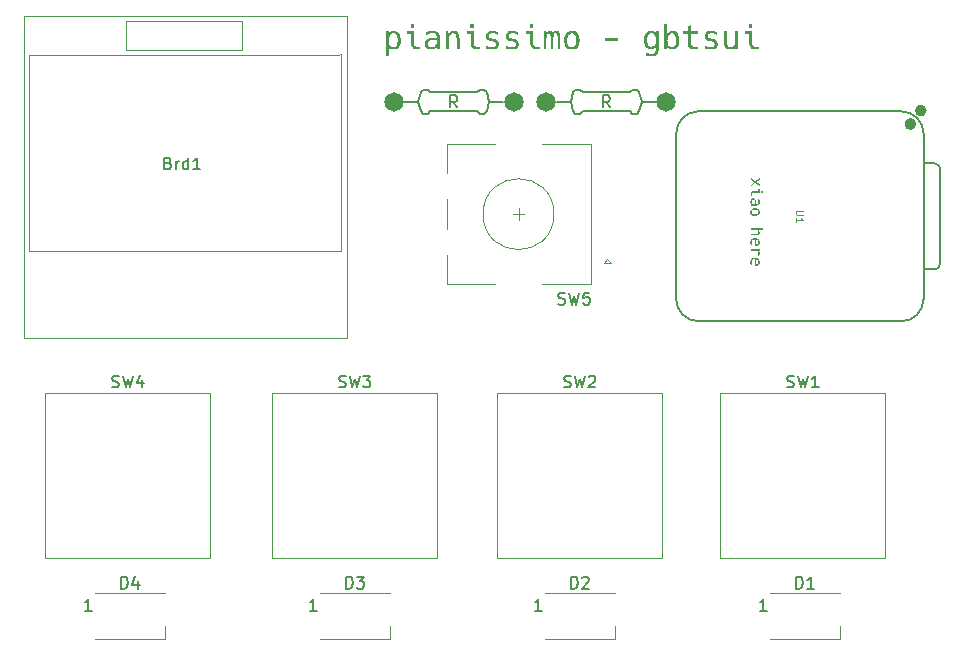
<source format=gbr>
%TF.GenerationSoftware,KiCad,Pcbnew,8.0.8*%
%TF.CreationDate,2025-02-13T16:32:23-05:00*%
%TF.ProjectId,pianissimo,7069616e-6973-4736-996d-6f2e6b696361,rev?*%
%TF.SameCoordinates,Original*%
%TF.FileFunction,Legend,Top*%
%TF.FilePolarity,Positive*%
%FSLAX46Y46*%
G04 Gerber Fmt 4.6, Leading zero omitted, Abs format (unit mm)*
G04 Created by KiCad (PCBNEW 8.0.8) date 2025-02-13 16:32:23*
%MOMM*%
%LPD*%
G01*
G04 APERTURE LIST*
%ADD10C,0.150000*%
%ADD11C,0.200000*%
%ADD12C,0.101600*%
%ADD13C,0.120000*%
%ADD14C,0.127000*%
%ADD15C,0.100000*%
%ADD16C,0.504000*%
%ADD17C,1.651000*%
G04 APERTURE END LIST*
D10*
G36*
X101035724Y-90973083D02*
G01*
X101140817Y-91000745D01*
X101234691Y-91048790D01*
X101317344Y-91117219D01*
X101369513Y-91178575D01*
X101423134Y-91263904D01*
X101465660Y-91360154D01*
X101497093Y-91467327D01*
X101514813Y-91564982D01*
X101524828Y-91670221D01*
X101527294Y-91759873D01*
X101523406Y-91872201D01*
X101511742Y-91976848D01*
X101492303Y-92073816D01*
X101458712Y-92180038D01*
X101413924Y-92275202D01*
X101368047Y-92346056D01*
X101292977Y-92429424D01*
X101207108Y-92492315D01*
X101110440Y-92534731D01*
X101002973Y-92556670D01*
X100936714Y-92560013D01*
X100834739Y-92551855D01*
X100730267Y-92521718D01*
X100641410Y-92469376D01*
X100568166Y-92394827D01*
X100525409Y-92327982D01*
X100525409Y-93122748D01*
X100272374Y-93122748D01*
X100272374Y-91761338D01*
X100525409Y-91761338D01*
X100528844Y-91862318D01*
X100541533Y-91968666D01*
X100567484Y-92075095D01*
X100605647Y-92165404D01*
X100623107Y-92195114D01*
X100692515Y-92275227D01*
X100778621Y-92325669D01*
X100881422Y-92346439D01*
X100903986Y-92347033D01*
X101007560Y-92332769D01*
X101108677Y-92277998D01*
X101173630Y-92200976D01*
X101221028Y-92095426D01*
X101246308Y-91990448D01*
X101260351Y-91867212D01*
X101263511Y-91762804D01*
X101260351Y-91658396D01*
X101246308Y-91535160D01*
X101221028Y-91430181D01*
X101173630Y-91324632D01*
X101108677Y-91247610D01*
X101007560Y-91192838D01*
X100903986Y-91178575D01*
X100797120Y-91193363D01*
X100707332Y-91237728D01*
X100634622Y-91311668D01*
X100622130Y-91330006D01*
X100575375Y-91425348D01*
X100546661Y-91527159D01*
X100531454Y-91629417D01*
X100525504Y-91743970D01*
X100525409Y-91761338D01*
X100272374Y-91761338D01*
X100272374Y-90996858D01*
X100500497Y-90996858D01*
X100525409Y-91206419D01*
X100579757Y-91124576D01*
X100656447Y-91050495D01*
X100747441Y-90999461D01*
X100852742Y-90971475D01*
X100936714Y-90965595D01*
X101035724Y-90973083D01*
G37*
G36*
X102411941Y-90715491D02*
G01*
X102370908Y-90675435D01*
X102370908Y-90442916D01*
X102411941Y-90402860D01*
X102608801Y-90402860D01*
X102649834Y-90442916D01*
X102649834Y-90675435D01*
X102608801Y-90715491D01*
X102411941Y-90715491D01*
G37*
G36*
X102871118Y-92528750D02*
G01*
X102764658Y-92519835D01*
X102660146Y-92488493D01*
X102571785Y-92434586D01*
X102521851Y-92386112D01*
X102462109Y-92296682D01*
X102425419Y-92201747D01*
X102404177Y-92092281D01*
X102398264Y-91984576D01*
X102398264Y-91209838D01*
X102063162Y-91209838D01*
X102063162Y-90996858D01*
X102649834Y-90996858D01*
X102649834Y-91976761D01*
X102657222Y-92081037D01*
X102685005Y-92180459D01*
X102712360Y-92228819D01*
X102789785Y-92294032D01*
X102888546Y-92315685D01*
X102896031Y-92315770D01*
X103189610Y-92315770D01*
X103189610Y-92528750D01*
X102871118Y-92528750D01*
G37*
G36*
X104297374Y-90970885D02*
G01*
X104396659Y-90986753D01*
X104461627Y-91003209D01*
X104553768Y-91037853D01*
X104642424Y-91090733D01*
X104685354Y-91125819D01*
X104751635Y-91204472D01*
X104794500Y-91294105D01*
X104811383Y-91353941D01*
X104825299Y-91452867D01*
X104831176Y-91551786D01*
X104832876Y-91657780D01*
X104832876Y-91969922D01*
X104834868Y-92069756D01*
X104840195Y-92168030D01*
X104847042Y-92253244D01*
X104861504Y-92355883D01*
X104887287Y-92458373D01*
X104913476Y-92528750D01*
X104660929Y-92528750D01*
X104629277Y-92434214D01*
X104623804Y-92411024D01*
X104605713Y-92314651D01*
X104601823Y-92288415D01*
X104539022Y-92374750D01*
X104461444Y-92444346D01*
X104378096Y-92493090D01*
X104278186Y-92531191D01*
X104174581Y-92553477D01*
X104077189Y-92560013D01*
X103971157Y-92552075D01*
X103874834Y-92528261D01*
X103778075Y-92482494D01*
X103711313Y-92433006D01*
X103641654Y-92352794D01*
X103594792Y-92255039D01*
X103572276Y-92153419D01*
X103567326Y-92070061D01*
X103818780Y-92070061D01*
X103833372Y-92171567D01*
X103886473Y-92259838D01*
X103907196Y-92278156D01*
X103995272Y-92325240D01*
X104095476Y-92345351D01*
X104138738Y-92347033D01*
X104239000Y-92338375D01*
X104332709Y-92309180D01*
X104392262Y-92273760D01*
X104467649Y-92200617D01*
X104519568Y-92117294D01*
X104534900Y-92081297D01*
X104564314Y-91981949D01*
X104578155Y-91885091D01*
X104580329Y-91826307D01*
X104580329Y-91772574D01*
X104261348Y-91772574D01*
X104162480Y-91777618D01*
X104065544Y-91792752D01*
X104052765Y-91795532D01*
X103959952Y-91828872D01*
X103884726Y-91882971D01*
X103833270Y-91967644D01*
X103818780Y-92070061D01*
X103567326Y-92070061D01*
X103567210Y-92068107D01*
X103574745Y-91963977D01*
X103600791Y-91864410D01*
X103650930Y-91774501D01*
X103662465Y-91760362D01*
X103735215Y-91691920D01*
X103821818Y-91639062D01*
X103912569Y-91604535D01*
X104011306Y-91580835D01*
X104113955Y-91565914D01*
X104220516Y-91559769D01*
X104242297Y-91559594D01*
X104580329Y-91559594D01*
X104580329Y-91520515D01*
X104572485Y-91422000D01*
X104541594Y-91326571D01*
X104481167Y-91253802D01*
X104387375Y-91205095D01*
X104287360Y-91183277D01*
X104202730Y-91178575D01*
X104099003Y-91184002D01*
X103996650Y-91200282D01*
X103929178Y-91217165D01*
X103831267Y-91250367D01*
X103738302Y-91292087D01*
X103679073Y-91324632D01*
X103679073Y-91072574D01*
X103773939Y-91040036D01*
X103869491Y-91012032D01*
X103933574Y-90995881D01*
X104030684Y-90977426D01*
X104129304Y-90967488D01*
X104195891Y-90965595D01*
X104297374Y-90970885D01*
G37*
G36*
X105332109Y-90996858D02*
G01*
X105558766Y-90996858D01*
X105583679Y-91231331D01*
X105641467Y-91141023D01*
X105711517Y-91069398D01*
X105793829Y-91016459D01*
X105888402Y-90982204D01*
X105995238Y-90966633D01*
X106033574Y-90965595D01*
X106143483Y-90975243D01*
X106238738Y-91004186D01*
X106337199Y-91067498D01*
X106412761Y-91160959D01*
X106456725Y-91257435D01*
X106486034Y-91373206D01*
X106498399Y-91472697D01*
X106502520Y-91583041D01*
X106502520Y-92528750D01*
X106249485Y-92528750D01*
X106249485Y-91579622D01*
X106243805Y-91472048D01*
X106224170Y-91372824D01*
X106182095Y-91281966D01*
X106177677Y-91275784D01*
X106099793Y-91209332D01*
X106000513Y-91180948D01*
X105955416Y-91178575D01*
X105851480Y-91190930D01*
X105755882Y-91233062D01*
X105679911Y-91305093D01*
X105629163Y-91394375D01*
X105599561Y-91492186D01*
X105586028Y-91593012D01*
X105583679Y-91662664D01*
X105583679Y-92528750D01*
X105332109Y-92528750D01*
X105332109Y-90996858D01*
G37*
G36*
X107464837Y-90715491D02*
G01*
X107423804Y-90675435D01*
X107423804Y-90442916D01*
X107464837Y-90402860D01*
X107661697Y-90402860D01*
X107702730Y-90442916D01*
X107702730Y-90675435D01*
X107661697Y-90715491D01*
X107464837Y-90715491D01*
G37*
G36*
X107924014Y-92528750D02*
G01*
X107817554Y-92519835D01*
X107713042Y-92488493D01*
X107624681Y-92434586D01*
X107574747Y-92386112D01*
X107515005Y-92296682D01*
X107478315Y-92201747D01*
X107457073Y-92092281D01*
X107451160Y-91984576D01*
X107451160Y-91209838D01*
X107116058Y-91209838D01*
X107116058Y-90996858D01*
X107702730Y-90996858D01*
X107702730Y-91976761D01*
X107710118Y-92081037D01*
X107737901Y-92180459D01*
X107765256Y-92228819D01*
X107842681Y-92294032D01*
X107941442Y-92315685D01*
X107948927Y-92315770D01*
X108242506Y-92315770D01*
X108242506Y-92528750D01*
X107924014Y-92528750D01*
G37*
G36*
X109239506Y-92560013D02*
G01*
X109140093Y-92555384D01*
X109033340Y-92541500D01*
X108935996Y-92522231D01*
X108833259Y-92496162D01*
X108725130Y-92463292D01*
X108725130Y-92204395D01*
X108830626Y-92252870D01*
X108931691Y-92291315D01*
X109028325Y-92319731D01*
X109135465Y-92340207D01*
X109236575Y-92347033D01*
X109338831Y-92339240D01*
X109433135Y-92312965D01*
X109492053Y-92281087D01*
X109560775Y-92209038D01*
X109587703Y-92110654D01*
X109587796Y-92103767D01*
X109562448Y-92007407D01*
X109507684Y-91948917D01*
X109419688Y-91901833D01*
X109324836Y-91870743D01*
X109252695Y-91853662D01*
X109147670Y-91832169D01*
X109046920Y-91806951D01*
X108950801Y-91770260D01*
X108865393Y-91719160D01*
X108831132Y-91689531D01*
X108769812Y-91604695D01*
X108738464Y-91509187D01*
X108730504Y-91418422D01*
X108739907Y-91315778D01*
X108772966Y-91215340D01*
X108829827Y-91130822D01*
X108880957Y-91083320D01*
X108964122Y-91031816D01*
X109063162Y-90995027D01*
X109162846Y-90974908D01*
X109274684Y-90966055D01*
X109308871Y-90965595D01*
X109411132Y-90970036D01*
X109511898Y-90983360D01*
X109611167Y-91005566D01*
X109708941Y-91036655D01*
X109764139Y-91058408D01*
X109764139Y-91305581D01*
X109669385Y-91256094D01*
X109572760Y-91218761D01*
X109474265Y-91193583D01*
X109373900Y-91180560D01*
X109315710Y-91178575D01*
X109203322Y-91186423D01*
X109101591Y-91215418D01*
X109017300Y-91284090D01*
X108985328Y-91388079D01*
X108985005Y-91401813D01*
X109003708Y-91500094D01*
X109013337Y-91517096D01*
X109094353Y-91577448D01*
X109122758Y-91588903D01*
X109222897Y-91618334D01*
X109323006Y-91641209D01*
X109361139Y-91648987D01*
X109462255Y-91668038D01*
X109571740Y-91697609D01*
X109662668Y-91739918D01*
X109747287Y-91807500D01*
X109805184Y-91893424D01*
X109836359Y-91997689D01*
X109842297Y-92077389D01*
X109832192Y-92183573D01*
X109801875Y-92277912D01*
X109743610Y-92369884D01*
X109680608Y-92431052D01*
X109592589Y-92487472D01*
X109489733Y-92527773D01*
X109387561Y-92549812D01*
X109274030Y-92559509D01*
X109239506Y-92560013D01*
G37*
G36*
X110923804Y-92560013D02*
G01*
X110824391Y-92555384D01*
X110717639Y-92541500D01*
X110620295Y-92522231D01*
X110517558Y-92496162D01*
X110409429Y-92463292D01*
X110409429Y-92204395D01*
X110514925Y-92252870D01*
X110615990Y-92291315D01*
X110712624Y-92319731D01*
X110819764Y-92340207D01*
X110920874Y-92347033D01*
X111023130Y-92339240D01*
X111117434Y-92312965D01*
X111176352Y-92281087D01*
X111245073Y-92209038D01*
X111272001Y-92110654D01*
X111272095Y-92103767D01*
X111246747Y-92007407D01*
X111191983Y-91948917D01*
X111103987Y-91901833D01*
X111009135Y-91870743D01*
X110936994Y-91853662D01*
X110831969Y-91832169D01*
X110731219Y-91806951D01*
X110635100Y-91770260D01*
X110549691Y-91719160D01*
X110515430Y-91689531D01*
X110454110Y-91604695D01*
X110422762Y-91509187D01*
X110414802Y-91418422D01*
X110424206Y-91315778D01*
X110457264Y-91215340D01*
X110514125Y-91130822D01*
X110565256Y-91083320D01*
X110648421Y-91031816D01*
X110747461Y-90995027D01*
X110847145Y-90974908D01*
X110958983Y-90966055D01*
X110993169Y-90965595D01*
X111095431Y-90970036D01*
X111196196Y-90983360D01*
X111295466Y-91005566D01*
X111393239Y-91036655D01*
X111448438Y-91058408D01*
X111448438Y-91305581D01*
X111353683Y-91256094D01*
X111257059Y-91218761D01*
X111158564Y-91193583D01*
X111058199Y-91180560D01*
X111000008Y-91178575D01*
X110887620Y-91186423D01*
X110785890Y-91215418D01*
X110701599Y-91284090D01*
X110669626Y-91388079D01*
X110669303Y-91401813D01*
X110688007Y-91500094D01*
X110697636Y-91517096D01*
X110778652Y-91577448D01*
X110807056Y-91588903D01*
X110907196Y-91618334D01*
X111007305Y-91641209D01*
X111045437Y-91648987D01*
X111146554Y-91668038D01*
X111256039Y-91697609D01*
X111346967Y-91739918D01*
X111431585Y-91807500D01*
X111489482Y-91893424D01*
X111520658Y-91997689D01*
X111526596Y-92077389D01*
X111516490Y-92183573D01*
X111486174Y-92277912D01*
X111427909Y-92369884D01*
X111364907Y-92431052D01*
X111276888Y-92487472D01*
X111174031Y-92527773D01*
X111071860Y-92549812D01*
X110958329Y-92559509D01*
X110923804Y-92560013D01*
G37*
G36*
X112517733Y-90715491D02*
G01*
X112476700Y-90675435D01*
X112476700Y-90442916D01*
X112517733Y-90402860D01*
X112714593Y-90402860D01*
X112755626Y-90442916D01*
X112755626Y-90675435D01*
X112714593Y-90715491D01*
X112517733Y-90715491D01*
G37*
G36*
X112976910Y-92528750D02*
G01*
X112870450Y-92519835D01*
X112765938Y-92488493D01*
X112677577Y-92434586D01*
X112627643Y-92386112D01*
X112567901Y-92296682D01*
X112531211Y-92201747D01*
X112509970Y-92092281D01*
X112504056Y-91984576D01*
X112504056Y-91209838D01*
X112168954Y-91209838D01*
X112168954Y-90996858D01*
X112755626Y-90996858D01*
X112755626Y-91976761D01*
X112763014Y-92081037D01*
X112790797Y-92180459D01*
X112818152Y-92228819D01*
X112895577Y-92294032D01*
X112994338Y-92315685D01*
X113001823Y-92315770D01*
X113295403Y-92315770D01*
X113295403Y-92528750D01*
X112976910Y-92528750D01*
G37*
G36*
X113635877Y-90996858D02*
G01*
X113842506Y-90996858D01*
X113864000Y-91134123D01*
X113923475Y-91052657D01*
X114005965Y-90993409D01*
X114105723Y-90967076D01*
X114139017Y-90965595D01*
X114239537Y-90980935D01*
X114329201Y-91033963D01*
X114390076Y-91114072D01*
X114411104Y-91159524D01*
X114464196Y-91074680D01*
X114539909Y-91008207D01*
X114632546Y-90972413D01*
X114703707Y-90965595D01*
X114809056Y-90979191D01*
X114899594Y-91025552D01*
X114963581Y-91104814D01*
X114999946Y-91205338D01*
X115020001Y-91311199D01*
X115031462Y-91421211D01*
X115036971Y-91526479D01*
X115038808Y-91644102D01*
X115038808Y-92528750D01*
X114808731Y-92528750D01*
X114808731Y-91657291D01*
X114807873Y-91557714D01*
X114804575Y-91458246D01*
X114799938Y-91392043D01*
X114784940Y-91293888D01*
X114772095Y-91253313D01*
X114698394Y-91187406D01*
X114636784Y-91178575D01*
X114540133Y-91204387D01*
X114493169Y-91260152D01*
X114465692Y-91355956D01*
X114459952Y-91398882D01*
X114453291Y-91500913D01*
X114450898Y-91606804D01*
X114450671Y-91657291D01*
X114450671Y-92528750D01*
X114221083Y-92528750D01*
X114221083Y-91657291D01*
X114219928Y-91552196D01*
X114215587Y-91448830D01*
X114211313Y-91396440D01*
X114196331Y-91299839D01*
X114181516Y-91254779D01*
X114105230Y-91187580D01*
X114043274Y-91178575D01*
X113945758Y-91206818D01*
X113905033Y-91258687D01*
X113879387Y-91355498D01*
X113873770Y-91399859D01*
X113866757Y-91503378D01*
X113864238Y-91607987D01*
X113864000Y-91657291D01*
X113864000Y-92528750D01*
X113635877Y-92528750D01*
X113635877Y-90996858D01*
G37*
G36*
X116128484Y-90972825D02*
G01*
X116231759Y-90994515D01*
X116324626Y-91030665D01*
X116419819Y-91091116D01*
X116500846Y-91171248D01*
X116558285Y-91254659D01*
X116603840Y-91351018D01*
X116637511Y-91460326D01*
X116656492Y-91561308D01*
X116667221Y-91671282D01*
X116669862Y-91765735D01*
X116665747Y-91882034D01*
X116653404Y-91989436D01*
X116632832Y-92087942D01*
X116597283Y-92194405D01*
X116549885Y-92288057D01*
X116501334Y-92356314D01*
X116420688Y-92435685D01*
X116325783Y-92495561D01*
X116233087Y-92531367D01*
X116129915Y-92552851D01*
X116016268Y-92560013D01*
X115901590Y-92552800D01*
X115797525Y-92531161D01*
X115704074Y-92495097D01*
X115608461Y-92434790D01*
X115527294Y-92354849D01*
X115469855Y-92271426D01*
X115424299Y-92175399D01*
X115390628Y-92066766D01*
X115371647Y-91966610D01*
X115360918Y-91857700D01*
X115358278Y-91764269D01*
X115358382Y-91761338D01*
X115624991Y-91761338D01*
X115628546Y-91862781D01*
X115641679Y-91969454D01*
X115668538Y-92075967D01*
X115708037Y-92166054D01*
X115726107Y-92195602D01*
X115797749Y-92275458D01*
X115886277Y-92325738D01*
X115991693Y-92346441D01*
X116014802Y-92347033D01*
X116113201Y-92335054D01*
X116206491Y-92293648D01*
X116282893Y-92222665D01*
X116302520Y-92195602D01*
X116351164Y-92100028D01*
X116381038Y-91997622D01*
X116396859Y-91894542D01*
X116402755Y-91796179D01*
X116403148Y-91761338D01*
X116399611Y-91660428D01*
X116386541Y-91554333D01*
X116359812Y-91448423D01*
X116320504Y-91358878D01*
X116302520Y-91329517D01*
X116231184Y-91249919D01*
X116142961Y-91199801D01*
X116037851Y-91179165D01*
X116014802Y-91178575D01*
X115915695Y-91190515D01*
X115821891Y-91231788D01*
X115745259Y-91302542D01*
X115725619Y-91329517D01*
X115676975Y-91424503D01*
X115647101Y-91526322D01*
X115631280Y-91628837D01*
X115625384Y-91726679D01*
X115624991Y-91761338D01*
X115358382Y-91761338D01*
X115362416Y-91647922D01*
X115374831Y-91540377D01*
X115395522Y-91441633D01*
X115431277Y-91334757D01*
X115478950Y-91240556D01*
X115527782Y-91171736D01*
X115596699Y-91101681D01*
X115690168Y-91038268D01*
X115781484Y-90999617D01*
X115883139Y-90975459D01*
X115995132Y-90965797D01*
X116014802Y-90965595D01*
X116128484Y-90972825D01*
G37*
G36*
X118821641Y-91596719D02*
G01*
X119943693Y-91596719D01*
X119943693Y-91809699D01*
X118821641Y-91809699D01*
X118821641Y-91596719D01*
G37*
G36*
X122808165Y-90973701D02*
G01*
X122903736Y-91000777D01*
X122950322Y-91023237D01*
X123033256Y-91086856D01*
X123098043Y-91169540D01*
X123119827Y-91207396D01*
X123144251Y-90996858D01*
X123371397Y-90996858D01*
X123371397Y-92433495D01*
X123367676Y-92531447D01*
X123353388Y-92640395D01*
X123328383Y-92739966D01*
X123285668Y-92844281D01*
X123228366Y-92935833D01*
X123218989Y-92947870D01*
X123143359Y-93022102D01*
X123049823Y-93078101D01*
X122955398Y-93111589D01*
X122847818Y-93131682D01*
X122748120Y-93138194D01*
X122727084Y-93138380D01*
X122623372Y-93133657D01*
X122526186Y-93120727D01*
X122505312Y-93116886D01*
X122408420Y-93095275D01*
X122312650Y-93068053D01*
X122285493Y-93059245D01*
X122285493Y-92801325D01*
X122378685Y-92842491D01*
X122476178Y-92878795D01*
X122504823Y-92888275D01*
X122599613Y-92912312D01*
X122703317Y-92924494D01*
X122740762Y-92925400D01*
X122842497Y-92917019D01*
X122937746Y-92886058D01*
X122970839Y-92865805D01*
X123040692Y-92794486D01*
X123083998Y-92706329D01*
X123086121Y-92699719D01*
X123109162Y-92600891D01*
X123119004Y-92498238D01*
X123119827Y-92455965D01*
X123119827Y-92271318D01*
X123067482Y-92361077D01*
X122996823Y-92435991D01*
X122952765Y-92466712D01*
X122861305Y-92506879D01*
X122757592Y-92526568D01*
X122705591Y-92528750D01*
X122599530Y-92520611D01*
X122496994Y-92493168D01*
X122429108Y-92459873D01*
X122350294Y-92401530D01*
X122278865Y-92324061D01*
X122246414Y-92276202D01*
X122200046Y-92187038D01*
X122164257Y-92091005D01*
X122146275Y-92023167D01*
X122127224Y-91919257D01*
X122116966Y-91815621D01*
X122115012Y-91746684D01*
X122115281Y-91740334D01*
X122380259Y-91740334D01*
X122383711Y-91840660D01*
X122396464Y-91945987D01*
X122422544Y-92050905D01*
X122466555Y-92149230D01*
X122478445Y-92168247D01*
X122547940Y-92246042D01*
X122633081Y-92295024D01*
X122733870Y-92315193D01*
X122755905Y-92315770D01*
X122859460Y-92301459D01*
X122953756Y-92252658D01*
X123021648Y-92178240D01*
X123027503Y-92169224D01*
X123072132Y-92076282D01*
X123099541Y-91976020D01*
X123114057Y-91874667D01*
X123119737Y-91760598D01*
X123119827Y-91743265D01*
X123115967Y-91645179D01*
X123106149Y-91555198D01*
X123084861Y-91454460D01*
X123054858Y-91371527D01*
X123001415Y-91285403D01*
X122944460Y-91232308D01*
X122854825Y-91190382D01*
X122754439Y-91178575D01*
X122649215Y-91192505D01*
X122560686Y-91234293D01*
X122488854Y-91303940D01*
X122476491Y-91321213D01*
X122429973Y-91411837D01*
X122401404Y-91510297D01*
X122386274Y-91610274D01*
X122380353Y-91723155D01*
X122380259Y-91740334D01*
X122115281Y-91740334D01*
X122119408Y-91643072D01*
X122132597Y-91539596D01*
X122146275Y-91470689D01*
X122175149Y-91370374D01*
X122214877Y-91276791D01*
X122247391Y-91218142D01*
X122305964Y-91138802D01*
X122383371Y-91067268D01*
X122431062Y-91034960D01*
X122523798Y-90992691D01*
X122621116Y-90971082D01*
X122709499Y-90965595D01*
X122808165Y-90973701D01*
G37*
G36*
X124108033Y-91206419D02*
G01*
X124161958Y-91123162D01*
X124235414Y-91053433D01*
X124281446Y-91024702D01*
X124376056Y-90986433D01*
X124479695Y-90967673D01*
X124530573Y-90965595D01*
X124628051Y-90972417D01*
X124723486Y-90995679D01*
X124806568Y-91035449D01*
X124890437Y-91099783D01*
X124959472Y-91179273D01*
X124986331Y-91221073D01*
X125031828Y-91311474D01*
X125066473Y-91409018D01*
X125083539Y-91478017D01*
X125100226Y-91575015D01*
X125110530Y-91680700D01*
X125112848Y-91759873D01*
X125109270Y-91857821D01*
X125098533Y-91955538D01*
X125082562Y-92044172D01*
X125057574Y-92138620D01*
X125020045Y-92234939D01*
X124984865Y-92302581D01*
X124927987Y-92383387D01*
X124852106Y-92456508D01*
X124805102Y-92489671D01*
X124713855Y-92532535D01*
X124617297Y-92554448D01*
X124529108Y-92560013D01*
X124426045Y-92551855D01*
X124319870Y-92521718D01*
X124228842Y-92469376D01*
X124152961Y-92394827D01*
X124108033Y-92327982D01*
X124083609Y-92528750D01*
X123856463Y-92528750D01*
X123856463Y-91761338D01*
X124108033Y-91761338D01*
X124111894Y-91862952D01*
X124121711Y-91956733D01*
X124141739Y-92055529D01*
X124174467Y-92147731D01*
X124225501Y-92232436D01*
X124286331Y-92291834D01*
X124377142Y-92334904D01*
X124478794Y-92347033D01*
X124581040Y-92334904D01*
X124671746Y-92291834D01*
X124742895Y-92218676D01*
X124782632Y-92147242D01*
X124814262Y-92054796D01*
X124833923Y-91956244D01*
X124844181Y-91857082D01*
X124847601Y-91762804D01*
X124843741Y-91662334D01*
X124833923Y-91568875D01*
X124814262Y-91470201D01*
X124782632Y-91378366D01*
X124732604Y-91293417D01*
X124671746Y-91234262D01*
X124581040Y-91190811D01*
X124478794Y-91178575D01*
X124377142Y-91190811D01*
X124286331Y-91234262D01*
X124215113Y-91306717D01*
X124174467Y-91377389D01*
X124140115Y-91474810D01*
X124121711Y-91567410D01*
X124111453Y-91666939D01*
X124108033Y-91761338D01*
X123856463Y-91761338D01*
X123856463Y-90402860D01*
X124108033Y-90402860D01*
X124108033Y-91206419D01*
G37*
G36*
X126380469Y-92528750D02*
G01*
X126280560Y-92524800D01*
X126178629Y-92510207D01*
X126081428Y-92480364D01*
X125996674Y-92430003D01*
X125981376Y-92416398D01*
X125919810Y-92330627D01*
X125883896Y-92226840D01*
X125868732Y-92128699D01*
X125864628Y-92032448D01*
X125864628Y-91209838D01*
X125456254Y-91209838D01*
X125456254Y-90996858D01*
X125864628Y-90996858D01*
X125864628Y-90597766D01*
X126116198Y-90488345D01*
X126116198Y-90996858D01*
X126687726Y-90996858D01*
X126687726Y-91209838D01*
X126116198Y-91209838D01*
X126116198Y-92021213D01*
X126123817Y-92121895D01*
X126155554Y-92216810D01*
X126180678Y-92250313D01*
X126268972Y-92299405D01*
X126366448Y-92314747D01*
X126404893Y-92315770D01*
X126687726Y-92315770D01*
X126687726Y-92528750D01*
X126380469Y-92528750D01*
G37*
G36*
X127766791Y-92560013D02*
G01*
X127667378Y-92555384D01*
X127560625Y-92541500D01*
X127463281Y-92522231D01*
X127360545Y-92496162D01*
X127252416Y-92463292D01*
X127252416Y-92204395D01*
X127357911Y-92252870D01*
X127458977Y-92291315D01*
X127555611Y-92319731D01*
X127662751Y-92340207D01*
X127763860Y-92347033D01*
X127866116Y-92339240D01*
X127960421Y-92312965D01*
X128019338Y-92281087D01*
X128088060Y-92209038D01*
X128114988Y-92110654D01*
X128115081Y-92103767D01*
X128089734Y-92007407D01*
X128034970Y-91948917D01*
X127946974Y-91901833D01*
X127852122Y-91870743D01*
X127779980Y-91853662D01*
X127674956Y-91832169D01*
X127574206Y-91806951D01*
X127478087Y-91770260D01*
X127392678Y-91719160D01*
X127358417Y-91689531D01*
X127297097Y-91604695D01*
X127265749Y-91509187D01*
X127257789Y-91418422D01*
X127267192Y-91315778D01*
X127300251Y-91215340D01*
X127357112Y-91130822D01*
X127408243Y-91083320D01*
X127491407Y-91031816D01*
X127590448Y-90995027D01*
X127690131Y-90974908D01*
X127801970Y-90966055D01*
X127836156Y-90965595D01*
X127938418Y-90970036D01*
X128039183Y-90983360D01*
X128138452Y-91005566D01*
X128236226Y-91036655D01*
X128291425Y-91058408D01*
X128291425Y-91305581D01*
X128196670Y-91256094D01*
X128100045Y-91218761D01*
X128001551Y-91193583D01*
X127901186Y-91180560D01*
X127842995Y-91178575D01*
X127730607Y-91186423D01*
X127628877Y-91215418D01*
X127544586Y-91284090D01*
X127512613Y-91388079D01*
X127512290Y-91401813D01*
X127530994Y-91500094D01*
X127540622Y-91517096D01*
X127621638Y-91577448D01*
X127650043Y-91588903D01*
X127750183Y-91618334D01*
X127850292Y-91641209D01*
X127888424Y-91648987D01*
X127989541Y-91668038D01*
X128099025Y-91697609D01*
X128189953Y-91739918D01*
X128274572Y-91807500D01*
X128332469Y-91893424D01*
X128363644Y-91997689D01*
X128369583Y-92077389D01*
X128359477Y-92183573D01*
X128329160Y-92277912D01*
X128270896Y-92369884D01*
X128207894Y-92431052D01*
X128119875Y-92487472D01*
X128017018Y-92527773D01*
X127914847Y-92549812D01*
X127801315Y-92559509D01*
X127766791Y-92560013D01*
G37*
G36*
X129378306Y-92560013D02*
G01*
X129269083Y-92550365D01*
X129174424Y-92521422D01*
X129076579Y-92458110D01*
X129001488Y-92364649D01*
X128957799Y-92268173D01*
X128928674Y-92152402D01*
X128916386Y-92052911D01*
X128912290Y-91942567D01*
X128912290Y-90996858D01*
X129163860Y-90996858D01*
X129163860Y-91945986D01*
X129171171Y-92061522D01*
X129193103Y-92157476D01*
X129238721Y-92246771D01*
X129318552Y-92315309D01*
X129427041Y-92345466D01*
X129463302Y-92347033D01*
X129564873Y-92334678D01*
X129658749Y-92292546D01*
X129733923Y-92220515D01*
X129784413Y-92131233D01*
X129813865Y-92033422D01*
X129827329Y-91932596D01*
X129829666Y-91862943D01*
X129829666Y-90996858D01*
X130082702Y-90996858D01*
X130082702Y-92528750D01*
X129854091Y-92528750D01*
X129829666Y-92296719D01*
X129772124Y-92386198D01*
X129702080Y-92457163D01*
X129619533Y-92509617D01*
X129524485Y-92543557D01*
X129416934Y-92558984D01*
X129378306Y-92560013D01*
G37*
G36*
X131045019Y-90715491D02*
G01*
X131003986Y-90675435D01*
X131003986Y-90442916D01*
X131045019Y-90402860D01*
X131241878Y-90402860D01*
X131282911Y-90442916D01*
X131282911Y-90675435D01*
X131241878Y-90715491D01*
X131045019Y-90715491D01*
G37*
G36*
X131504195Y-92528750D02*
G01*
X131397736Y-92519835D01*
X131293223Y-92488493D01*
X131204862Y-92434586D01*
X131154928Y-92386112D01*
X131095186Y-92296682D01*
X131058496Y-92201747D01*
X131037255Y-92092281D01*
X131031341Y-91984576D01*
X131031341Y-91209838D01*
X130696240Y-91209838D01*
X130696240Y-90996858D01*
X131282911Y-90996858D01*
X131282911Y-91976761D01*
X131290300Y-92081037D01*
X131318082Y-92180459D01*
X131345437Y-92228819D01*
X131422862Y-92294032D01*
X131521623Y-92315685D01*
X131529108Y-92315770D01*
X131822688Y-92315770D01*
X131822688Y-92528750D01*
X131504195Y-92528750D01*
G37*
G36*
X131538087Y-103719264D02*
G01*
X131904695Y-103445224D01*
X131904695Y-103584686D01*
X131626014Y-103787652D01*
X131904695Y-103989397D01*
X131904695Y-104130813D01*
X131536865Y-103856773D01*
X131138750Y-104157436D01*
X131138750Y-104011867D01*
X131445030Y-103787652D01*
X131138750Y-103564170D01*
X131138750Y-103418601D01*
X131538087Y-103719264D01*
G37*
G36*
X132045379Y-104566298D02*
G01*
X132065407Y-104545782D01*
X132181666Y-104545782D01*
X132201694Y-104566298D01*
X132201694Y-104664728D01*
X132181666Y-104685245D01*
X132065407Y-104685245D01*
X132045379Y-104664728D01*
X132045379Y-104566298D01*
G37*
G36*
X131138750Y-104795887D02*
G01*
X131143207Y-104742657D01*
X131158878Y-104690401D01*
X131185831Y-104646220D01*
X131210068Y-104621253D01*
X131254783Y-104591382D01*
X131302251Y-104573037D01*
X131356984Y-104562416D01*
X131410836Y-104559460D01*
X131798205Y-104559460D01*
X131798205Y-104391909D01*
X131904695Y-104391909D01*
X131904695Y-104685245D01*
X131414744Y-104685245D01*
X131362606Y-104688939D01*
X131312895Y-104702830D01*
X131288715Y-104716508D01*
X131256108Y-104755220D01*
X131245282Y-104804601D01*
X131245239Y-104808343D01*
X131245239Y-104955133D01*
X131138750Y-104955133D01*
X131138750Y-104795887D01*
G37*
G36*
X131421136Y-105147700D02*
G01*
X131470919Y-105160723D01*
X131515874Y-105185793D01*
X131522943Y-105191560D01*
X131557164Y-105227935D01*
X131583593Y-105271237D01*
X131600857Y-105316612D01*
X131612707Y-105365981D01*
X131620167Y-105417305D01*
X131623240Y-105470586D01*
X131623327Y-105481476D01*
X131623327Y-105650492D01*
X131642867Y-105650492D01*
X131692124Y-105646570D01*
X131739839Y-105631125D01*
X131776223Y-105600911D01*
X131800577Y-105554015D01*
X131811486Y-105504008D01*
X131813837Y-105461693D01*
X131811123Y-105409829D01*
X131802983Y-105358653D01*
X131794542Y-105324917D01*
X131777941Y-105275961D01*
X131757081Y-105229479D01*
X131740808Y-105199864D01*
X131866837Y-105199864D01*
X131883106Y-105247297D01*
X131897108Y-105295073D01*
X131905184Y-105327115D01*
X131914411Y-105375670D01*
X131919380Y-105424980D01*
X131920327Y-105458273D01*
X131917682Y-105509015D01*
X131909748Y-105558657D01*
X131901520Y-105591141D01*
X131884198Y-105637212D01*
X131857758Y-105681540D01*
X131840215Y-105703005D01*
X131800888Y-105736145D01*
X131756072Y-105757578D01*
X131726154Y-105766019D01*
X131676691Y-105772977D01*
X131627231Y-105775916D01*
X131574234Y-105776766D01*
X131418163Y-105776766D01*
X131368246Y-105777762D01*
X131319109Y-105780425D01*
X131276502Y-105783849D01*
X131225183Y-105791080D01*
X131173938Y-105803971D01*
X131138750Y-105817066D01*
X131138750Y-105690792D01*
X131186017Y-105674966D01*
X131197612Y-105672230D01*
X131245799Y-105663184D01*
X131258917Y-105661239D01*
X131215749Y-105629839D01*
X131180951Y-105591050D01*
X131156579Y-105549376D01*
X131137529Y-105499421D01*
X131126386Y-105447618D01*
X131125183Y-105429697D01*
X131229608Y-105429697D01*
X131233937Y-105479828D01*
X131248534Y-105526682D01*
X131266244Y-105556459D01*
X131302816Y-105594152D01*
X131344477Y-105620112D01*
X131362476Y-105627778D01*
X131412150Y-105642485D01*
X131460579Y-105649405D01*
X131489971Y-105650492D01*
X131516837Y-105650492D01*
X131516837Y-105491002D01*
X131514315Y-105441568D01*
X131506748Y-105393100D01*
X131505358Y-105386710D01*
X131488688Y-105340304D01*
X131461639Y-105302691D01*
X131419302Y-105276963D01*
X131368094Y-105269718D01*
X131317341Y-105277014D01*
X131273205Y-105303564D01*
X131264046Y-105313926D01*
X131240504Y-105357964D01*
X131230449Y-105408066D01*
X131229608Y-105429697D01*
X131125183Y-105429697D01*
X131123118Y-105398922D01*
X131127087Y-105345906D01*
X131138994Y-105297745D01*
X131161877Y-105249365D01*
X131186621Y-105215984D01*
X131226727Y-105181155D01*
X131275605Y-105157724D01*
X131326415Y-105146466D01*
X131369071Y-105143933D01*
X131421136Y-105147700D01*
G37*
G36*
X131579163Y-105988640D02*
G01*
X131632936Y-105994847D01*
X131682308Y-106005193D01*
X131735746Y-106023070D01*
X131782846Y-106046907D01*
X131817256Y-106071323D01*
X131852284Y-106105781D01*
X131883990Y-106152516D01*
X131903316Y-106198174D01*
X131915395Y-106249001D01*
X131920226Y-106304998D01*
X131920327Y-106314833D01*
X131916712Y-106371674D01*
X131905867Y-106423311D01*
X131887792Y-106469745D01*
X131857566Y-106517341D01*
X131817500Y-106557855D01*
X131775795Y-106586574D01*
X131727615Y-106609352D01*
X131672961Y-106626187D01*
X131622470Y-106635678D01*
X131567483Y-106641042D01*
X131520257Y-106642363D01*
X131462107Y-106640305D01*
X131408406Y-106634134D01*
X131359153Y-106623848D01*
X131305922Y-106606073D01*
X131259096Y-106582374D01*
X131224967Y-106558099D01*
X131185282Y-106517776D01*
X131155344Y-106470323D01*
X131137441Y-106423975D01*
X131126699Y-106372389D01*
X131123118Y-106315566D01*
X131123164Y-106314833D01*
X131229608Y-106314833D01*
X131235597Y-106364032D01*
X131256300Y-106410677D01*
X131291792Y-106448878D01*
X131305323Y-106458692D01*
X131353110Y-106483014D01*
X131404313Y-106497951D01*
X131455853Y-106505861D01*
X131505035Y-106508809D01*
X131522455Y-106509006D01*
X131572910Y-106507237D01*
X131625958Y-106500702D01*
X131678913Y-106487338D01*
X131723685Y-106467684D01*
X131738366Y-106458692D01*
X131778165Y-106423024D01*
X131803224Y-106378912D01*
X131813542Y-106326357D01*
X131813837Y-106314833D01*
X131807867Y-106265279D01*
X131787230Y-106218377D01*
X131751853Y-106180061D01*
X131738366Y-106170241D01*
X131690873Y-106145919D01*
X131639963Y-106130982D01*
X131588706Y-106123072D01*
X131539785Y-106120124D01*
X131522455Y-106119927D01*
X131471734Y-106121705D01*
X131418397Y-106128271D01*
X131365141Y-106141701D01*
X131320097Y-106161450D01*
X131305323Y-106170485D01*
X131265395Y-106206306D01*
X131240255Y-106250570D01*
X131229904Y-106303278D01*
X131229608Y-106314833D01*
X131123164Y-106314833D01*
X131126724Y-106258227D01*
X131137544Y-106206194D01*
X131155576Y-106159469D01*
X131185729Y-106111662D01*
X131225700Y-106071079D01*
X131267411Y-106042359D01*
X131315425Y-106019581D01*
X131369741Y-106002746D01*
X131419819Y-105993255D01*
X131474274Y-105987891D01*
X131520990Y-105986571D01*
X131579163Y-105988640D01*
G37*
G36*
X132201694Y-107710681D02*
G01*
X132201694Y-107836466D01*
X131787459Y-107836466D01*
X131832613Y-107865403D01*
X131868425Y-107900557D01*
X131894895Y-107941927D01*
X131912022Y-107989515D01*
X131919808Y-108043319D01*
X131920327Y-108062635D01*
X131916868Y-108112188D01*
X131903249Y-108163309D01*
X131876607Y-108207226D01*
X131840223Y-108240566D01*
X131796282Y-108265112D01*
X131762790Y-108276591D01*
X131713299Y-108287577D01*
X131661211Y-108294002D01*
X131611604Y-108295887D01*
X131138750Y-108295887D01*
X131138750Y-108169369D01*
X131613313Y-108169369D01*
X131667100Y-108166490D01*
X131716712Y-108156539D01*
X131762141Y-108135216D01*
X131765232Y-108132977D01*
X131798458Y-108093634D01*
X131812650Y-108043287D01*
X131813837Y-108020381D01*
X131808891Y-107971437D01*
X131790618Y-107925362D01*
X131778666Y-107909250D01*
X131741239Y-107876904D01*
X131694903Y-107854968D01*
X131688052Y-107852830D01*
X131638510Y-107841644D01*
X131586912Y-107836722D01*
X131571792Y-107836466D01*
X131138750Y-107836466D01*
X131138750Y-107710681D01*
X132201694Y-107710681D01*
G37*
G36*
X131571548Y-108506729D02*
G01*
X131624060Y-108514240D01*
X131673886Y-108526757D01*
X131721024Y-108544282D01*
X131764454Y-108566737D01*
X131807656Y-108597801D01*
X131844868Y-108635009D01*
X131866349Y-108663228D01*
X131892442Y-108710560D01*
X131908466Y-108757596D01*
X131917744Y-108809303D01*
X131920327Y-108858378D01*
X131916849Y-108913384D01*
X131906416Y-108963547D01*
X131885454Y-109015950D01*
X131855025Y-109061762D01*
X131821408Y-109095782D01*
X131781643Y-109124501D01*
X131736538Y-109147279D01*
X131686091Y-109164115D01*
X131630303Y-109175008D01*
X131579734Y-109179547D01*
X131547612Y-109180290D01*
X131485574Y-109180290D01*
X131485574Y-109054505D01*
X131592064Y-109054505D01*
X131644270Y-109050812D01*
X131691895Y-109039732D01*
X131704660Y-109035210D01*
X131749723Y-109010419D01*
X131784283Y-108974149D01*
X131805496Y-108928808D01*
X131813375Y-108879875D01*
X131813837Y-108863019D01*
X131809646Y-108814006D01*
X131794166Y-108764899D01*
X131784039Y-108746515D01*
X131751596Y-108707234D01*
X131710137Y-108676863D01*
X131703927Y-108673486D01*
X131657752Y-108654145D01*
X131607276Y-108642284D01*
X131592064Y-108640269D01*
X131592064Y-109054505D01*
X131485574Y-109054505D01*
X131485574Y-108635384D01*
X131481666Y-108635384D01*
X131426956Y-108639307D01*
X131378107Y-108651077D01*
X131330160Y-108673696D01*
X131297996Y-108698155D01*
X131264937Y-108738353D01*
X131242698Y-108788057D01*
X131232012Y-108840218D01*
X131229608Y-108884268D01*
X131232630Y-108936955D01*
X131241698Y-108988407D01*
X131251101Y-109022021D01*
X131268492Y-109071411D01*
X131288425Y-109119565D01*
X131303125Y-109150981D01*
X131181736Y-109150981D01*
X131163246Y-109102014D01*
X131147710Y-109052566D01*
X131138994Y-109019334D01*
X131129319Y-108968913D01*
X131124110Y-108917668D01*
X131123118Y-108883046D01*
X131125688Y-108829571D01*
X131133398Y-108779816D01*
X131149435Y-108725021D01*
X131172874Y-108675585D01*
X131203714Y-108631507D01*
X131228387Y-108605098D01*
X131270659Y-108570817D01*
X131318341Y-108543629D01*
X131371432Y-108523533D01*
X131419807Y-108512205D01*
X131471939Y-108505802D01*
X131516349Y-108504226D01*
X131571548Y-108506729D01*
G37*
G36*
X131904695Y-109468008D02*
G01*
X131904695Y-109582314D01*
X131753020Y-109594526D01*
X131799875Y-109617824D01*
X131839383Y-109647420D01*
X131874357Y-109687248D01*
X131877096Y-109691246D01*
X131901709Y-109738746D01*
X131915218Y-109787136D01*
X131920284Y-109840488D01*
X131920327Y-109846096D01*
X131916868Y-109897195D01*
X131904914Y-109949440D01*
X131884420Y-109996915D01*
X131876607Y-110010227D01*
X131744716Y-110010227D01*
X131774956Y-109971530D01*
X131798649Y-109923945D01*
X131811407Y-109872071D01*
X131813837Y-109835105D01*
X131809150Y-109780349D01*
X131795091Y-109732340D01*
X131768071Y-109686395D01*
X131738854Y-109656564D01*
X131697287Y-109629422D01*
X131647568Y-109610035D01*
X131597378Y-109599433D01*
X131540946Y-109594768D01*
X131523676Y-109594526D01*
X131138750Y-109594526D01*
X131138750Y-109468008D01*
X131904695Y-109468008D01*
G37*
G36*
X131571548Y-110191028D02*
G01*
X131624060Y-110198538D01*
X131673886Y-110211056D01*
X131721024Y-110228580D01*
X131764454Y-110251035D01*
X131807656Y-110282100D01*
X131844868Y-110319308D01*
X131866349Y-110347527D01*
X131892442Y-110394858D01*
X131908466Y-110441894D01*
X131917744Y-110493601D01*
X131920327Y-110542677D01*
X131916849Y-110597683D01*
X131906416Y-110647846D01*
X131885454Y-110700249D01*
X131855025Y-110746060D01*
X131821408Y-110780081D01*
X131781643Y-110808800D01*
X131736538Y-110831578D01*
X131686091Y-110848413D01*
X131630303Y-110859307D01*
X131579734Y-110863846D01*
X131547612Y-110864589D01*
X131485574Y-110864589D01*
X131485574Y-110738804D01*
X131592064Y-110738804D01*
X131644270Y-110735110D01*
X131691895Y-110724031D01*
X131704660Y-110719508D01*
X131749723Y-110694718D01*
X131784283Y-110658448D01*
X131805496Y-110613107D01*
X131813375Y-110564174D01*
X131813837Y-110547317D01*
X131809646Y-110498305D01*
X131794166Y-110449197D01*
X131784039Y-110430813D01*
X131751596Y-110391533D01*
X131710137Y-110361161D01*
X131703927Y-110357785D01*
X131657752Y-110338444D01*
X131607276Y-110326583D01*
X131592064Y-110324568D01*
X131592064Y-110738804D01*
X131485574Y-110738804D01*
X131485574Y-110319683D01*
X131481666Y-110319683D01*
X131426956Y-110323606D01*
X131378107Y-110335375D01*
X131330160Y-110357995D01*
X131297996Y-110382453D01*
X131264937Y-110422652D01*
X131242698Y-110472356D01*
X131232012Y-110524517D01*
X131229608Y-110568566D01*
X131232630Y-110621254D01*
X131241698Y-110672705D01*
X131251101Y-110706319D01*
X131268492Y-110755710D01*
X131288425Y-110803864D01*
X131303125Y-110835280D01*
X131181736Y-110835280D01*
X131163246Y-110786313D01*
X131147710Y-110736865D01*
X131138994Y-110703633D01*
X131129319Y-110653212D01*
X131124110Y-110601967D01*
X131123118Y-110567345D01*
X131125688Y-110513869D01*
X131133398Y-110464114D01*
X131149435Y-110409320D01*
X131172874Y-110359884D01*
X131203714Y-110315806D01*
X131228387Y-110289397D01*
X131270659Y-110255116D01*
X131318341Y-110227928D01*
X131371432Y-110207832D01*
X131419807Y-110196504D01*
X131471939Y-110190101D01*
X131516349Y-110188524D01*
X131571548Y-110191028D01*
G37*
D11*
X119229523Y-97452219D02*
X118896190Y-96976028D01*
X118658095Y-97452219D02*
X118658095Y-96452219D01*
X118658095Y-96452219D02*
X119039047Y-96452219D01*
X119039047Y-96452219D02*
X119134285Y-96499838D01*
X119134285Y-96499838D02*
X119181904Y-96547457D01*
X119181904Y-96547457D02*
X119229523Y-96642695D01*
X119229523Y-96642695D02*
X119229523Y-96785552D01*
X119229523Y-96785552D02*
X119181904Y-96880790D01*
X119181904Y-96880790D02*
X119134285Y-96928409D01*
X119134285Y-96928409D02*
X119039047Y-96976028D01*
X119039047Y-96976028D02*
X118658095Y-96976028D01*
D10*
X114866667Y-114107200D02*
X115009524Y-114154819D01*
X115009524Y-114154819D02*
X115247619Y-114154819D01*
X115247619Y-114154819D02*
X115342857Y-114107200D01*
X115342857Y-114107200D02*
X115390476Y-114059580D01*
X115390476Y-114059580D02*
X115438095Y-113964342D01*
X115438095Y-113964342D02*
X115438095Y-113869104D01*
X115438095Y-113869104D02*
X115390476Y-113773866D01*
X115390476Y-113773866D02*
X115342857Y-113726247D01*
X115342857Y-113726247D02*
X115247619Y-113678628D01*
X115247619Y-113678628D02*
X115057143Y-113631009D01*
X115057143Y-113631009D02*
X114961905Y-113583390D01*
X114961905Y-113583390D02*
X114914286Y-113535771D01*
X114914286Y-113535771D02*
X114866667Y-113440533D01*
X114866667Y-113440533D02*
X114866667Y-113345295D01*
X114866667Y-113345295D02*
X114914286Y-113250057D01*
X114914286Y-113250057D02*
X114961905Y-113202438D01*
X114961905Y-113202438D02*
X115057143Y-113154819D01*
X115057143Y-113154819D02*
X115295238Y-113154819D01*
X115295238Y-113154819D02*
X115438095Y-113202438D01*
X115771429Y-113154819D02*
X116009524Y-114154819D01*
X116009524Y-114154819D02*
X116200000Y-113440533D01*
X116200000Y-113440533D02*
X116390476Y-114154819D01*
X116390476Y-114154819D02*
X116628572Y-113154819D01*
X117485714Y-113154819D02*
X117009524Y-113154819D01*
X117009524Y-113154819D02*
X116961905Y-113631009D01*
X116961905Y-113631009D02*
X117009524Y-113583390D01*
X117009524Y-113583390D02*
X117104762Y-113535771D01*
X117104762Y-113535771D02*
X117342857Y-113535771D01*
X117342857Y-113535771D02*
X117438095Y-113583390D01*
X117438095Y-113583390D02*
X117485714Y-113631009D01*
X117485714Y-113631009D02*
X117533333Y-113726247D01*
X117533333Y-113726247D02*
X117533333Y-113964342D01*
X117533333Y-113964342D02*
X117485714Y-114059580D01*
X117485714Y-114059580D02*
X117438095Y-114107200D01*
X117438095Y-114107200D02*
X117342857Y-114154819D01*
X117342857Y-114154819D02*
X117104762Y-114154819D01*
X117104762Y-114154819D02*
X117009524Y-114107200D01*
X117009524Y-114107200D02*
X116961905Y-114059580D01*
D11*
X106309523Y-97452219D02*
X105976190Y-96976028D01*
X105738095Y-97452219D02*
X105738095Y-96452219D01*
X105738095Y-96452219D02*
X106119047Y-96452219D01*
X106119047Y-96452219D02*
X106214285Y-96499838D01*
X106214285Y-96499838D02*
X106261904Y-96547457D01*
X106261904Y-96547457D02*
X106309523Y-96642695D01*
X106309523Y-96642695D02*
X106309523Y-96785552D01*
X106309523Y-96785552D02*
X106261904Y-96880790D01*
X106261904Y-96880790D02*
X106214285Y-96928409D01*
X106214285Y-96928409D02*
X106119047Y-96976028D01*
X106119047Y-96976028D02*
X105738095Y-96976028D01*
D12*
X135601520Y-106196190D02*
X135087473Y-106196190D01*
X135087473Y-106196190D02*
X135026997Y-106226428D01*
X135026997Y-106226428D02*
X134996759Y-106256666D01*
X134996759Y-106256666D02*
X134966520Y-106317142D01*
X134966520Y-106317142D02*
X134966520Y-106438095D01*
X134966520Y-106438095D02*
X134996759Y-106498571D01*
X134996759Y-106498571D02*
X135026997Y-106528809D01*
X135026997Y-106528809D02*
X135087473Y-106559047D01*
X135087473Y-106559047D02*
X135601520Y-106559047D01*
X134966520Y-107194047D02*
X134966520Y-106831190D01*
X134966520Y-107012618D02*
X135601520Y-107012618D01*
X135601520Y-107012618D02*
X135510806Y-106952142D01*
X135510806Y-106952142D02*
X135450330Y-106891666D01*
X135450330Y-106891666D02*
X135420092Y-106831190D01*
D10*
X77089167Y-121120700D02*
X77232024Y-121168319D01*
X77232024Y-121168319D02*
X77470119Y-121168319D01*
X77470119Y-121168319D02*
X77565357Y-121120700D01*
X77565357Y-121120700D02*
X77612976Y-121073080D01*
X77612976Y-121073080D02*
X77660595Y-120977842D01*
X77660595Y-120977842D02*
X77660595Y-120882604D01*
X77660595Y-120882604D02*
X77612976Y-120787366D01*
X77612976Y-120787366D02*
X77565357Y-120739747D01*
X77565357Y-120739747D02*
X77470119Y-120692128D01*
X77470119Y-120692128D02*
X77279643Y-120644509D01*
X77279643Y-120644509D02*
X77184405Y-120596890D01*
X77184405Y-120596890D02*
X77136786Y-120549271D01*
X77136786Y-120549271D02*
X77089167Y-120454033D01*
X77089167Y-120454033D02*
X77089167Y-120358795D01*
X77089167Y-120358795D02*
X77136786Y-120263557D01*
X77136786Y-120263557D02*
X77184405Y-120215938D01*
X77184405Y-120215938D02*
X77279643Y-120168319D01*
X77279643Y-120168319D02*
X77517738Y-120168319D01*
X77517738Y-120168319D02*
X77660595Y-120215938D01*
X77993929Y-120168319D02*
X78232024Y-121168319D01*
X78232024Y-121168319D02*
X78422500Y-120454033D01*
X78422500Y-120454033D02*
X78612976Y-121168319D01*
X78612976Y-121168319D02*
X78851072Y-120168319D01*
X79660595Y-120501652D02*
X79660595Y-121168319D01*
X79422500Y-120120700D02*
X79184405Y-120834985D01*
X79184405Y-120834985D02*
X79803452Y-120834985D01*
X134993155Y-138198569D02*
X134993155Y-137198569D01*
X134993155Y-137198569D02*
X135231250Y-137198569D01*
X135231250Y-137198569D02*
X135374107Y-137246188D01*
X135374107Y-137246188D02*
X135469345Y-137341426D01*
X135469345Y-137341426D02*
X135516964Y-137436664D01*
X135516964Y-137436664D02*
X135564583Y-137627140D01*
X135564583Y-137627140D02*
X135564583Y-137769997D01*
X135564583Y-137769997D02*
X135516964Y-137960473D01*
X135516964Y-137960473D02*
X135469345Y-138055711D01*
X135469345Y-138055711D02*
X135374107Y-138150950D01*
X135374107Y-138150950D02*
X135231250Y-138198569D01*
X135231250Y-138198569D02*
X134993155Y-138198569D01*
X136516964Y-138198569D02*
X135945536Y-138198569D01*
X136231250Y-138198569D02*
X136231250Y-137198569D01*
X136231250Y-137198569D02*
X136136012Y-137341426D01*
X136136012Y-137341426D02*
X136040774Y-137436664D01*
X136040774Y-137436664D02*
X135945536Y-137484283D01*
X132516964Y-140073569D02*
X131945536Y-140073569D01*
X132231250Y-140073569D02*
X132231250Y-139073569D01*
X132231250Y-139073569D02*
X132136012Y-139216426D01*
X132136012Y-139216426D02*
X132040774Y-139311664D01*
X132040774Y-139311664D02*
X131945536Y-139359283D01*
X134239167Y-121120700D02*
X134382024Y-121168319D01*
X134382024Y-121168319D02*
X134620119Y-121168319D01*
X134620119Y-121168319D02*
X134715357Y-121120700D01*
X134715357Y-121120700D02*
X134762976Y-121073080D01*
X134762976Y-121073080D02*
X134810595Y-120977842D01*
X134810595Y-120977842D02*
X134810595Y-120882604D01*
X134810595Y-120882604D02*
X134762976Y-120787366D01*
X134762976Y-120787366D02*
X134715357Y-120739747D01*
X134715357Y-120739747D02*
X134620119Y-120692128D01*
X134620119Y-120692128D02*
X134429643Y-120644509D01*
X134429643Y-120644509D02*
X134334405Y-120596890D01*
X134334405Y-120596890D02*
X134286786Y-120549271D01*
X134286786Y-120549271D02*
X134239167Y-120454033D01*
X134239167Y-120454033D02*
X134239167Y-120358795D01*
X134239167Y-120358795D02*
X134286786Y-120263557D01*
X134286786Y-120263557D02*
X134334405Y-120215938D01*
X134334405Y-120215938D02*
X134429643Y-120168319D01*
X134429643Y-120168319D02*
X134667738Y-120168319D01*
X134667738Y-120168319D02*
X134810595Y-120215938D01*
X135143929Y-120168319D02*
X135382024Y-121168319D01*
X135382024Y-121168319D02*
X135572500Y-120454033D01*
X135572500Y-120454033D02*
X135762976Y-121168319D01*
X135762976Y-121168319D02*
X136001072Y-120168319D01*
X136905833Y-121168319D02*
X136334405Y-121168319D01*
X136620119Y-121168319D02*
X136620119Y-120168319D01*
X136620119Y-120168319D02*
X136524881Y-120311176D01*
X136524881Y-120311176D02*
X136429643Y-120406414D01*
X136429643Y-120406414D02*
X136334405Y-120454033D01*
X81833333Y-102185009D02*
X81976190Y-102232628D01*
X81976190Y-102232628D02*
X82023809Y-102280247D01*
X82023809Y-102280247D02*
X82071428Y-102375485D01*
X82071428Y-102375485D02*
X82071428Y-102518342D01*
X82071428Y-102518342D02*
X82023809Y-102613580D01*
X82023809Y-102613580D02*
X81976190Y-102661200D01*
X81976190Y-102661200D02*
X81880952Y-102708819D01*
X81880952Y-102708819D02*
X81500000Y-102708819D01*
X81500000Y-102708819D02*
X81500000Y-101708819D01*
X81500000Y-101708819D02*
X81833333Y-101708819D01*
X81833333Y-101708819D02*
X81928571Y-101756438D01*
X81928571Y-101756438D02*
X81976190Y-101804057D01*
X81976190Y-101804057D02*
X82023809Y-101899295D01*
X82023809Y-101899295D02*
X82023809Y-101994533D01*
X82023809Y-101994533D02*
X81976190Y-102089771D01*
X81976190Y-102089771D02*
X81928571Y-102137390D01*
X81928571Y-102137390D02*
X81833333Y-102185009D01*
X81833333Y-102185009D02*
X81500000Y-102185009D01*
X82500000Y-102708819D02*
X82500000Y-102042152D01*
X82500000Y-102232628D02*
X82547619Y-102137390D01*
X82547619Y-102137390D02*
X82595238Y-102089771D01*
X82595238Y-102089771D02*
X82690476Y-102042152D01*
X82690476Y-102042152D02*
X82785714Y-102042152D01*
X83547619Y-102708819D02*
X83547619Y-101708819D01*
X83547619Y-102661200D02*
X83452381Y-102708819D01*
X83452381Y-102708819D02*
X83261905Y-102708819D01*
X83261905Y-102708819D02*
X83166667Y-102661200D01*
X83166667Y-102661200D02*
X83119048Y-102613580D01*
X83119048Y-102613580D02*
X83071429Y-102518342D01*
X83071429Y-102518342D02*
X83071429Y-102232628D01*
X83071429Y-102232628D02*
X83119048Y-102137390D01*
X83119048Y-102137390D02*
X83166667Y-102089771D01*
X83166667Y-102089771D02*
X83261905Y-102042152D01*
X83261905Y-102042152D02*
X83452381Y-102042152D01*
X83452381Y-102042152D02*
X83547619Y-102089771D01*
X84547619Y-102708819D02*
X83976191Y-102708819D01*
X84261905Y-102708819D02*
X84261905Y-101708819D01*
X84261905Y-101708819D02*
X84166667Y-101851676D01*
X84166667Y-101851676D02*
X84071429Y-101946914D01*
X84071429Y-101946914D02*
X83976191Y-101994533D01*
X77843155Y-138198569D02*
X77843155Y-137198569D01*
X77843155Y-137198569D02*
X78081250Y-137198569D01*
X78081250Y-137198569D02*
X78224107Y-137246188D01*
X78224107Y-137246188D02*
X78319345Y-137341426D01*
X78319345Y-137341426D02*
X78366964Y-137436664D01*
X78366964Y-137436664D02*
X78414583Y-137627140D01*
X78414583Y-137627140D02*
X78414583Y-137769997D01*
X78414583Y-137769997D02*
X78366964Y-137960473D01*
X78366964Y-137960473D02*
X78319345Y-138055711D01*
X78319345Y-138055711D02*
X78224107Y-138150950D01*
X78224107Y-138150950D02*
X78081250Y-138198569D01*
X78081250Y-138198569D02*
X77843155Y-138198569D01*
X79271726Y-137531902D02*
X79271726Y-138198569D01*
X79033631Y-137150950D02*
X78795536Y-137865235D01*
X78795536Y-137865235D02*
X79414583Y-137865235D01*
X75366964Y-140073569D02*
X74795536Y-140073569D01*
X75081250Y-140073569D02*
X75081250Y-139073569D01*
X75081250Y-139073569D02*
X74986012Y-139216426D01*
X74986012Y-139216426D02*
X74890774Y-139311664D01*
X74890774Y-139311664D02*
X74795536Y-139359283D01*
X96893155Y-138198569D02*
X96893155Y-137198569D01*
X96893155Y-137198569D02*
X97131250Y-137198569D01*
X97131250Y-137198569D02*
X97274107Y-137246188D01*
X97274107Y-137246188D02*
X97369345Y-137341426D01*
X97369345Y-137341426D02*
X97416964Y-137436664D01*
X97416964Y-137436664D02*
X97464583Y-137627140D01*
X97464583Y-137627140D02*
X97464583Y-137769997D01*
X97464583Y-137769997D02*
X97416964Y-137960473D01*
X97416964Y-137960473D02*
X97369345Y-138055711D01*
X97369345Y-138055711D02*
X97274107Y-138150950D01*
X97274107Y-138150950D02*
X97131250Y-138198569D01*
X97131250Y-138198569D02*
X96893155Y-138198569D01*
X97797917Y-137198569D02*
X98416964Y-137198569D01*
X98416964Y-137198569D02*
X98083631Y-137579521D01*
X98083631Y-137579521D02*
X98226488Y-137579521D01*
X98226488Y-137579521D02*
X98321726Y-137627140D01*
X98321726Y-137627140D02*
X98369345Y-137674759D01*
X98369345Y-137674759D02*
X98416964Y-137769997D01*
X98416964Y-137769997D02*
X98416964Y-138008092D01*
X98416964Y-138008092D02*
X98369345Y-138103330D01*
X98369345Y-138103330D02*
X98321726Y-138150950D01*
X98321726Y-138150950D02*
X98226488Y-138198569D01*
X98226488Y-138198569D02*
X97940774Y-138198569D01*
X97940774Y-138198569D02*
X97845536Y-138150950D01*
X97845536Y-138150950D02*
X97797917Y-138103330D01*
X94416964Y-140073569D02*
X93845536Y-140073569D01*
X94131250Y-140073569D02*
X94131250Y-139073569D01*
X94131250Y-139073569D02*
X94036012Y-139216426D01*
X94036012Y-139216426D02*
X93940774Y-139311664D01*
X93940774Y-139311664D02*
X93845536Y-139359283D01*
X96297917Y-121120700D02*
X96440774Y-121168319D01*
X96440774Y-121168319D02*
X96678869Y-121168319D01*
X96678869Y-121168319D02*
X96774107Y-121120700D01*
X96774107Y-121120700D02*
X96821726Y-121073080D01*
X96821726Y-121073080D02*
X96869345Y-120977842D01*
X96869345Y-120977842D02*
X96869345Y-120882604D01*
X96869345Y-120882604D02*
X96821726Y-120787366D01*
X96821726Y-120787366D02*
X96774107Y-120739747D01*
X96774107Y-120739747D02*
X96678869Y-120692128D01*
X96678869Y-120692128D02*
X96488393Y-120644509D01*
X96488393Y-120644509D02*
X96393155Y-120596890D01*
X96393155Y-120596890D02*
X96345536Y-120549271D01*
X96345536Y-120549271D02*
X96297917Y-120454033D01*
X96297917Y-120454033D02*
X96297917Y-120358795D01*
X96297917Y-120358795D02*
X96345536Y-120263557D01*
X96345536Y-120263557D02*
X96393155Y-120215938D01*
X96393155Y-120215938D02*
X96488393Y-120168319D01*
X96488393Y-120168319D02*
X96726488Y-120168319D01*
X96726488Y-120168319D02*
X96869345Y-120215938D01*
X97202679Y-120168319D02*
X97440774Y-121168319D01*
X97440774Y-121168319D02*
X97631250Y-120454033D01*
X97631250Y-120454033D02*
X97821726Y-121168319D01*
X97821726Y-121168319D02*
X98059822Y-120168319D01*
X98345536Y-120168319D02*
X98964583Y-120168319D01*
X98964583Y-120168319D02*
X98631250Y-120549271D01*
X98631250Y-120549271D02*
X98774107Y-120549271D01*
X98774107Y-120549271D02*
X98869345Y-120596890D01*
X98869345Y-120596890D02*
X98916964Y-120644509D01*
X98916964Y-120644509D02*
X98964583Y-120739747D01*
X98964583Y-120739747D02*
X98964583Y-120977842D01*
X98964583Y-120977842D02*
X98916964Y-121073080D01*
X98916964Y-121073080D02*
X98869345Y-121120700D01*
X98869345Y-121120700D02*
X98774107Y-121168319D01*
X98774107Y-121168319D02*
X98488393Y-121168319D01*
X98488393Y-121168319D02*
X98393155Y-121120700D01*
X98393155Y-121120700D02*
X98345536Y-121073080D01*
X115943155Y-138198569D02*
X115943155Y-137198569D01*
X115943155Y-137198569D02*
X116181250Y-137198569D01*
X116181250Y-137198569D02*
X116324107Y-137246188D01*
X116324107Y-137246188D02*
X116419345Y-137341426D01*
X116419345Y-137341426D02*
X116466964Y-137436664D01*
X116466964Y-137436664D02*
X116514583Y-137627140D01*
X116514583Y-137627140D02*
X116514583Y-137769997D01*
X116514583Y-137769997D02*
X116466964Y-137960473D01*
X116466964Y-137960473D02*
X116419345Y-138055711D01*
X116419345Y-138055711D02*
X116324107Y-138150950D01*
X116324107Y-138150950D02*
X116181250Y-138198569D01*
X116181250Y-138198569D02*
X115943155Y-138198569D01*
X116895536Y-137293807D02*
X116943155Y-137246188D01*
X116943155Y-137246188D02*
X117038393Y-137198569D01*
X117038393Y-137198569D02*
X117276488Y-137198569D01*
X117276488Y-137198569D02*
X117371726Y-137246188D01*
X117371726Y-137246188D02*
X117419345Y-137293807D01*
X117419345Y-137293807D02*
X117466964Y-137389045D01*
X117466964Y-137389045D02*
X117466964Y-137484283D01*
X117466964Y-137484283D02*
X117419345Y-137627140D01*
X117419345Y-137627140D02*
X116847917Y-138198569D01*
X116847917Y-138198569D02*
X117466964Y-138198569D01*
X113466964Y-140073569D02*
X112895536Y-140073569D01*
X113181250Y-140073569D02*
X113181250Y-139073569D01*
X113181250Y-139073569D02*
X113086012Y-139216426D01*
X113086012Y-139216426D02*
X112990774Y-139311664D01*
X112990774Y-139311664D02*
X112895536Y-139359283D01*
X115347917Y-121120700D02*
X115490774Y-121168319D01*
X115490774Y-121168319D02*
X115728869Y-121168319D01*
X115728869Y-121168319D02*
X115824107Y-121120700D01*
X115824107Y-121120700D02*
X115871726Y-121073080D01*
X115871726Y-121073080D02*
X115919345Y-120977842D01*
X115919345Y-120977842D02*
X115919345Y-120882604D01*
X115919345Y-120882604D02*
X115871726Y-120787366D01*
X115871726Y-120787366D02*
X115824107Y-120739747D01*
X115824107Y-120739747D02*
X115728869Y-120692128D01*
X115728869Y-120692128D02*
X115538393Y-120644509D01*
X115538393Y-120644509D02*
X115443155Y-120596890D01*
X115443155Y-120596890D02*
X115395536Y-120549271D01*
X115395536Y-120549271D02*
X115347917Y-120454033D01*
X115347917Y-120454033D02*
X115347917Y-120358795D01*
X115347917Y-120358795D02*
X115395536Y-120263557D01*
X115395536Y-120263557D02*
X115443155Y-120215938D01*
X115443155Y-120215938D02*
X115538393Y-120168319D01*
X115538393Y-120168319D02*
X115776488Y-120168319D01*
X115776488Y-120168319D02*
X115919345Y-120215938D01*
X116252679Y-120168319D02*
X116490774Y-121168319D01*
X116490774Y-121168319D02*
X116681250Y-120454033D01*
X116681250Y-120454033D02*
X116871726Y-121168319D01*
X116871726Y-121168319D02*
X117109822Y-120168319D01*
X117443155Y-120263557D02*
X117490774Y-120215938D01*
X117490774Y-120215938D02*
X117586012Y-120168319D01*
X117586012Y-120168319D02*
X117824107Y-120168319D01*
X117824107Y-120168319D02*
X117919345Y-120215938D01*
X117919345Y-120215938D02*
X117966964Y-120263557D01*
X117966964Y-120263557D02*
X118014583Y-120358795D01*
X118014583Y-120358795D02*
X118014583Y-120454033D01*
X118014583Y-120454033D02*
X117966964Y-120596890D01*
X117966964Y-120596890D02*
X117395536Y-121168319D01*
X117395536Y-121168319D02*
X118014583Y-121168319D01*
%TO.C,R1*%
X121920000Y-97000000D02*
X123120000Y-97000000D01*
X114720000Y-97000000D02*
X115920000Y-97000000D01*
X116720000Y-96000000D02*
X116920000Y-96200000D01*
X116320000Y-96000000D02*
X116720000Y-96000000D01*
X116120000Y-96200000D02*
X116320000Y-96000000D01*
X115920000Y-97000000D02*
X116120000Y-96200000D01*
X116120000Y-97800000D02*
X115920000Y-97000000D01*
X116320000Y-98000000D02*
X116120000Y-97800000D01*
X116720000Y-98000000D02*
X116320000Y-98000000D01*
X116920000Y-97800000D02*
X116720000Y-98000000D01*
X120920000Y-97800000D02*
X116920000Y-97800000D01*
X121120000Y-98000000D02*
X120920000Y-97800000D01*
X121520000Y-98000000D02*
X121120000Y-98000000D01*
X121720000Y-97800000D02*
X121520000Y-98000000D01*
X121920000Y-97000000D02*
X121720000Y-97800000D01*
X121720000Y-96200000D02*
X121920000Y-97000000D01*
X121520000Y-96000000D02*
X121720000Y-96200000D01*
X121120000Y-96000000D02*
X121520000Y-96000000D01*
X120920000Y-96200000D02*
X121120000Y-96000000D01*
X116920000Y-96200000D02*
X120920000Y-96200000D01*
D13*
%TO.C,SW5*%
X119300000Y-110600000D02*
X118700000Y-110600000D01*
X119000000Y-110300000D02*
X119300000Y-110600000D01*
X118700000Y-110600000D02*
X119000000Y-110300000D01*
X117600000Y-112400000D02*
X117600000Y-100600000D01*
X113500000Y-112400000D02*
X117600000Y-112400000D01*
X113500000Y-100600000D02*
X117600000Y-100600000D01*
X112000000Y-106500000D02*
X111000000Y-106500000D01*
X111500000Y-107000000D02*
X111500000Y-106000000D01*
X109500000Y-112400000D02*
X105400000Y-112400000D01*
X105400000Y-112400000D02*
X105400000Y-110000000D01*
X105400000Y-107800000D02*
X105400000Y-105200000D01*
X105400000Y-103000000D02*
X105400000Y-100600000D01*
X105400000Y-100600000D02*
X109500000Y-100600000D01*
X114500000Y-106500000D02*
G75*
G02*
X108500000Y-106500000I-3000000J0D01*
G01*
X108500000Y-106500000D02*
G75*
G02*
X114500000Y-106500000I3000000J0D01*
G01*
D10*
%TO.C,R2*%
X109000000Y-97000000D02*
X110200000Y-97000000D01*
X101800000Y-97000000D02*
X103000000Y-97000000D01*
X103800000Y-96000000D02*
X104000000Y-96200000D01*
X103400000Y-96000000D02*
X103800000Y-96000000D01*
X103200000Y-96200000D02*
X103400000Y-96000000D01*
X103000000Y-97000000D02*
X103200000Y-96200000D01*
X103200000Y-97800000D02*
X103000000Y-97000000D01*
X103400000Y-98000000D02*
X103200000Y-97800000D01*
X103800000Y-98000000D02*
X103400000Y-98000000D01*
X104000000Y-97800000D02*
X103800000Y-98000000D01*
X108000000Y-97800000D02*
X104000000Y-97800000D01*
X108200000Y-98000000D02*
X108000000Y-97800000D01*
X108600000Y-98000000D02*
X108200000Y-98000000D01*
X108800000Y-97800000D02*
X108600000Y-98000000D01*
X109000000Y-97000000D02*
X108800000Y-97800000D01*
X108800000Y-96200000D02*
X109000000Y-97000000D01*
X108600000Y-96000000D02*
X108800000Y-96200000D01*
X108200000Y-96000000D02*
X108600000Y-96000000D01*
X108000000Y-96200000D02*
X108200000Y-96000000D01*
X104000000Y-96200000D02*
X108000000Y-96200000D01*
D14*
%TO.C,U1*%
X124841000Y-99695000D02*
X124841000Y-113665000D01*
X126746000Y-97790000D02*
X143891000Y-97790000D01*
X126746000Y-115570000D02*
X143891000Y-115570000D01*
X145796000Y-102185000D02*
X146706272Y-102188728D01*
D15*
X145796000Y-113665000D02*
X145796000Y-99695000D01*
D14*
X145796000Y-113665000D02*
X145796000Y-99695000D01*
X146706000Y-111184000D02*
X145796000Y-111184000D01*
X147206000Y-102688728D02*
X147206000Y-110684000D01*
X124841000Y-99695000D02*
G75*
G02*
X126746000Y-97790000I1905001J-1D01*
G01*
X126746000Y-115570000D02*
G75*
G02*
X124841000Y-113665000I0J1905000D01*
G01*
X143891000Y-97790000D02*
G75*
G02*
X145796000Y-99695000I-1J-1905001D01*
G01*
X145796000Y-113665000D02*
G75*
G02*
X143891000Y-115570000I-1905000J0D01*
G01*
X146706272Y-102188728D02*
G75*
G02*
X147205999Y-102688728I-291J-500018D01*
G01*
X147206000Y-110684000D02*
G75*
G02*
X146706000Y-111184000I-500000J0D01*
G01*
D16*
X144927000Y-98873000D02*
G75*
G02*
X144423000Y-98873000I-252000J0D01*
G01*
X144423000Y-98873000D02*
G75*
G02*
X144927000Y-98873000I252000J0D01*
G01*
X145807000Y-97730000D02*
G75*
G02*
X145303000Y-97730000I-252000J0D01*
G01*
X145303000Y-97730000D02*
G75*
G02*
X145807000Y-97730000I252000J0D01*
G01*
D13*
%TO.C,SW4*%
X71437500Y-121602500D02*
X85407500Y-121602500D01*
X71437500Y-135572500D02*
X71437500Y-121602500D01*
X85407500Y-121602500D02*
X85407500Y-135572500D01*
X85407500Y-135572500D02*
X71437500Y-135572500D01*
%TO.C,D1*%
X132781250Y-138543750D02*
X138681250Y-138543750D01*
X132781250Y-142443750D02*
X138681250Y-142443750D01*
X138681250Y-142443750D02*
X138681250Y-141368750D01*
%TO.C,SW1*%
X128587500Y-121602500D02*
X142557500Y-121602500D01*
X128587500Y-135572500D02*
X128587500Y-121602500D01*
X142557500Y-121602500D02*
X142557500Y-135572500D01*
X142557500Y-135572500D02*
X128587500Y-135572500D01*
%TO.C,Brd1*%
X69600000Y-89700000D02*
X97000000Y-89700000D01*
X69600000Y-117000000D02*
X69600000Y-89700000D01*
X70022000Y-92995000D02*
X93122000Y-92995000D01*
X70022000Y-109595000D02*
X70022000Y-92995000D01*
X78301000Y-90189000D02*
X78301000Y-92602000D01*
X78301000Y-90189000D02*
X88080000Y-90189000D01*
X88080000Y-90189000D02*
X88080000Y-92602000D01*
X88080000Y-92602000D02*
X78301000Y-92602000D01*
X93122000Y-92995000D02*
X96208000Y-92995000D01*
X93122000Y-109595000D02*
X70022000Y-109595000D01*
X93122000Y-109595000D02*
X96462000Y-109620000D01*
X96462000Y-92983000D02*
X96208000Y-92995000D01*
X96462000Y-109620000D02*
X96462000Y-92983000D01*
X97000000Y-89700000D02*
X97000000Y-117000000D01*
X97000000Y-117000000D02*
X69600000Y-117000000D01*
%TO.C,D4*%
X75631250Y-138543750D02*
X81531250Y-138543750D01*
X75631250Y-142443750D02*
X81531250Y-142443750D01*
X81531250Y-142443750D02*
X81531250Y-141368750D01*
%TO.C,D3*%
X94681250Y-138543750D02*
X100581250Y-138543750D01*
X94681250Y-142443750D02*
X100581250Y-142443750D01*
X100581250Y-142443750D02*
X100581250Y-141368750D01*
%TO.C,SW3*%
X90646250Y-121602500D02*
X104616250Y-121602500D01*
X90646250Y-135572500D02*
X90646250Y-121602500D01*
X104616250Y-121602500D02*
X104616250Y-135572500D01*
X104616250Y-135572500D02*
X90646250Y-135572500D01*
%TO.C,D2*%
X113731250Y-138543750D02*
X119631250Y-138543750D01*
X113731250Y-142443750D02*
X119631250Y-142443750D01*
X119631250Y-142443750D02*
X119631250Y-141368750D01*
%TO.C,SW2*%
X109696250Y-121602500D02*
X123666250Y-121602500D01*
X109696250Y-135572500D02*
X109696250Y-121602500D01*
X123666250Y-121602500D02*
X123666250Y-135572500D01*
X123666250Y-135572500D02*
X109696250Y-135572500D01*
%TD*%
D17*
%TO.C,R1*%
X113840000Y-97000000D03*
X124000000Y-97000000D03*
%TD*%
%TO.C,R2*%
X100920000Y-97000000D03*
X111080000Y-97000000D03*
%TD*%
M02*

</source>
